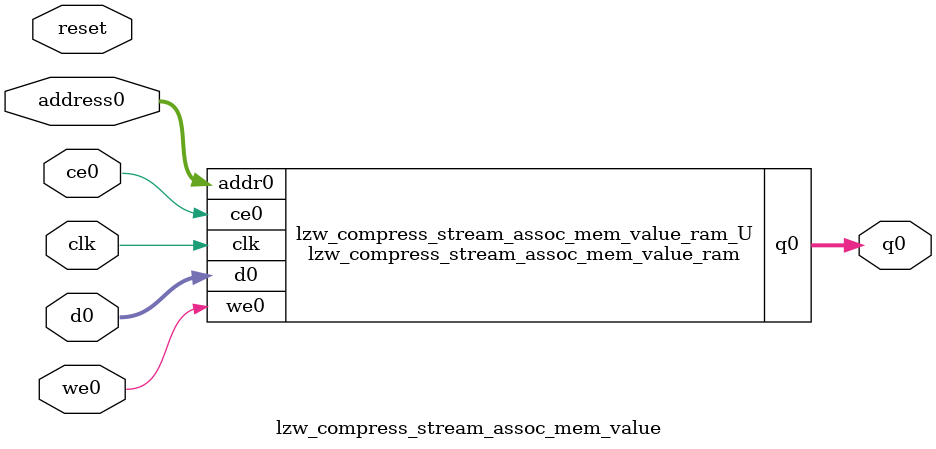
<source format=v>
`timescale 1 ns / 1 ps
module lzw_compress_stream_assoc_mem_value_ram (addr0, ce0, d0, we0, q0,  clk);

parameter DWIDTH = 12;
parameter AWIDTH = 6;
parameter MEM_SIZE = 64;

input[AWIDTH-1:0] addr0;
input ce0;
input[DWIDTH-1:0] d0;
input we0;
output reg[DWIDTH-1:0] q0;
input clk;

reg [DWIDTH-1:0] ram[0:MEM_SIZE-1];




always @(posedge clk)  
begin 
    if (ce0) begin
        if (we0) 
            ram[addr0] <= d0; 
        q0 <= ram[addr0];
    end
end


endmodule

`timescale 1 ns / 1 ps
module lzw_compress_stream_assoc_mem_value(
    reset,
    clk,
    address0,
    ce0,
    we0,
    d0,
    q0);

parameter DataWidth = 32'd12;
parameter AddressRange = 32'd64;
parameter AddressWidth = 32'd6;
input reset;
input clk;
input[AddressWidth - 1:0] address0;
input ce0;
input we0;
input[DataWidth - 1:0] d0;
output[DataWidth - 1:0] q0;



lzw_compress_stream_assoc_mem_value_ram lzw_compress_stream_assoc_mem_value_ram_U(
    .clk( clk ),
    .addr0( address0 ),
    .ce0( ce0 ),
    .we0( we0 ),
    .d0( d0 ),
    .q0( q0 ));

endmodule


</source>
